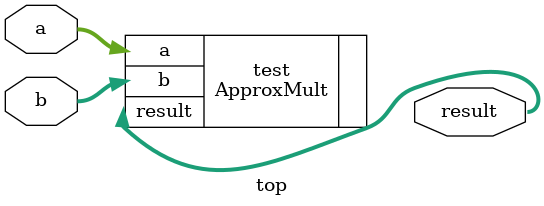
<source format=v>
module top(
input wire [15:0] a,
input wire [15:0] b,
output wire [31:0] result
);

ApproxMult #(.n(16)) test(.a(a),.b(b),.result(result));
endmodule

</source>
